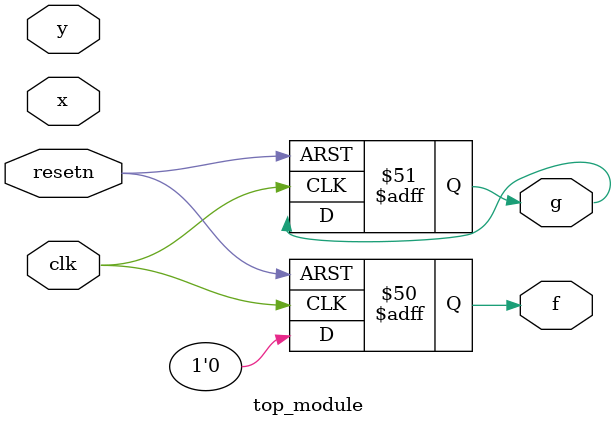
<source format=sv>
module top_module (
    input clk,
    input resetn,
    input x,
    input y,
    output reg f,
    output reg g
);
    
	// Define the states of the FSM
    typedef enum logic [1:0] {
    	STATE_A,
        STATE_B,
        STATE_C,
        STATE_D,
        STATE_E
    } state_t;
    
    // Declare the state and next state variables
    state_t state, next_state;
    
    // Declare the internal counter variable to count x transitions
    reg [1:0] x_counter;
    
    // Declare the internal counter variable to count y transitions
    reg [1:0] y_counter;
    
    always @(posedge clk or negedge resetn) begin
    	if (!resetn) begin
    		state <= STATE_A;    // Initialize to state A on reset
            f <= 0;              // Initialize f to 0 on reset
            g <= 0;              // Initialize g to 0 on reset
            x_counter <= 0;      // Reset x_counter to 0 on reset
            y_counter <= 0;      // Reset y_counter to 0 on reset
        end else begin
            state <= next_state; // Update state on clock edge
            f <= 0;              // Set f to 0 by default
            
            case (state)
            	STATE_A: begin
            		if (clk) begin
            			next_state <= STATE_B; // Transition to state B after the next clock edge
            		end else begin
            			next_state <= STATE_A; // Stay in state A
            		end
                end
                
                STATE_B: begin
                	if (clk) begin
            			next_state <= STATE_C; // Transition to state C after the next clock edge
            		end else begin
            			next_state <= STATE_B; // Stay in state B
            		end
                end
                
                STATE_C: begin
                	if (clk) begin
            			next_state <= STATE_D; // Transition to state D after the next clock edge
            		end else begin
            			next_state <= STATE_C; // Stay in state C
            		end
                end
                
                STATE_D: begin
                	if (clk) begin
            			next_state <= STATE_E; // Transition to state E after the next clock edge
            		end else begin
            			next_state <= STATE_D; // Stay in state D
            		end
                end
                
                STATE_E: begin
                	next_state <= STATE_E; // Stay in state E
                	
                	if (x_counter == 3) begin
                		f <= 1;         // Set f to 1 for one clock cycle after the next clock edge
                    end else begin
                    	f <= 0;         // Keep f as 0
                    end
                    
                    if (y_counter == 2) begin
                    	g <= 1;         // Set g to 1 permanently
                    end else if (y == 1) begin
                    	y_counter <= y_counter + 1; // Increment y_counter if y is 1 within two clock cycles
                    end else begin
                    	g <= 0;         // Set g to 0 permanently
                    end
                end
            endcase
        end
    end
    
    always @(posedge clk or negedge resetn) begin
    	if (!resetn) begin
    		x_counter <= 0;      // Reset x_counter to 0 on reset
    	end else begin
    		if (state == STATE_E && clk) begin
    			x_counter <= x_counter + 1; // Increment x_counter if we are in state E and on a clock edge
        	end else if (state != STATE_E) begin
        		x_counter <= 0;      // Reset x_counter if we are not in state E
        	end
    	end
    end
    
    always @(posedge clk or negedge resetn) begin
    	if (!resetn) begin
    		y_counter <= 0;      // Reset y_counter to 0 on reset
    	end else begin
    		if (state == STATE_E && clk) begin
    			y_counter <= 0;      // Reset y_counter if we are in state E and on a clock edge
        	end else if (state == STATE_E && y == 0) begin
        		y_counter <= y_counter + 1; // Increment y_counter if we are in state E, y is 0
        	end
    	end
    end
    
endmodule

</source>
